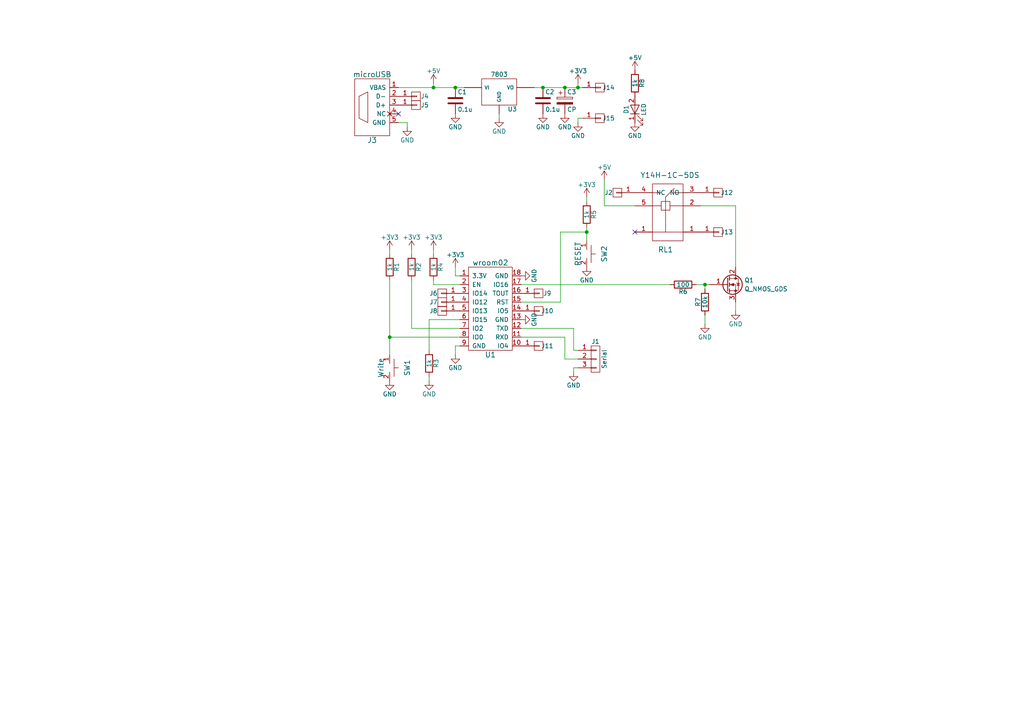
<source format=kicad_sch>
(kicad_sch (version 20230121) (generator eeschema)
  (paper "A4")
  (lib_symbols
    (symbol "relay:Y14H-1C-5DS" (pin_names (offset 1.016))
      (property "Reference" "RL" (at 11.43 0 90))
      (property "Value" "Y14H-1C-5DS" (at -10.16 1.27 90))
      (symbol "Y14H-1C-5DS_0_1"
        (polyline (pts (xy -6.35 2.54) (xy -3.81 0)))
        (polyline (pts (xy -5.08 -1.27) (xy -5.08 -3.81)))
        (polyline (pts (xy -5.08 5.08) (xy -5.08 2.54)))
        (polyline (pts (xy -3.81 0) (xy 6.35 0)))
        (polyline (pts (xy -1.27 -2.54) (xy -1.27 -3.81)))
        (polyline (pts (xy -1.27 -1.27) (xy -1.27 -2.54)))
        (polyline (pts (xy -1.27 2.54) (xy -1.27 1.27)))
        (polyline (pts (xy -1.27 2.54) (xy -1.27 5.08)))
        (polyline (pts (xy 6.35 5.08) (xy 6.35 -3.81)))
        (polyline (pts (xy -2.54 1.27) (xy -2.54 -1.27) (xy 0 -1.27) (xy 0 1.27) (xy -2.54 1.27)))
        (rectangle (start 8.89 5.08) (end -7.62 -3.81))
      )
      (symbol "Y14H-1C-5DS_1_1"
        (pin input line (at 6.35 -8.89 90) (length 5.08) (name "~") (number "1"))
        (pin input line (at 6.35 10.16 270) (length 5.08) (name "~") (number "1"))
        (pin input line (at -1.27 10.16 270) (length 5.08) (name "~") (number "2"))
        (pin input line (at -5.08 10.16 270) (length 5.08) (name "NO") (number "3"))
        (pin input line (at -5.08 -8.89 90) (length 5.08) (name "NC") (number "4"))
        (pin input line (at -1.27 -8.89 90) (length 5.08) (name "~") (number "5"))
      )
    )
    (symbol "wroom02:microUSB" (pin_names (offset 1.016))
      (property "Reference" "U" (at 1.27 -10.16 0))
      (property "Value" "microUSB" (at 1.27 8.89 0))
      (symbol "microUSB_0_1"
        (polyline (pts (xy -2.54 2.54) (xy -2.54 -3.81) (xy 0 -5.08) (xy 0 3.81) (xy -2.54 2.54)))
        (rectangle (start 6.35 7.62) (end -3.81 -8.89))
      )
      (symbol "microUSB_1_1"
        (pin power_out line (at 8.89 5.08 180) (length 2.54) (name "VBAS") (number "1"))
        (pin bidirectional line (at 8.89 2.54 180) (length 2.54) (name "D-") (number "2"))
        (pin bidirectional line (at 8.89 0 180) (length 2.54) (name "D+") (number "3"))
        (pin bidirectional non_logic (at 8.89 -2.54 180) (length 2.54) (name "NC") (number "4"))
        (pin power_out line (at 8.89 -5.08 180) (length 2.54) (name "GND") (number "5"))
      )
    )
    (symbol "wroom02:switch" (pin_names (offset 1.016))
      (property "Reference" "SW" (at 0 5.08 0))
      (property "Value" "switch" (at 0 -2.54 0))
      (symbol "switch_0_1"
        (polyline (pts (xy -2.54 1.27) (xy 2.54 1.27)))
        (polyline (pts (xy 0 1.27) (xy 0 2.54)))
      )
      (symbol "switch_1_1"
        (pin bidirectional line (at -3.81 0 0) (length 2.54) (name "~") (number "1"))
        (pin passive line (at 3.81 0 180) (length 2.54) (name "~") (number "2"))
      )
    )
    (symbol "wroom02:wroom02" (pin_names (offset 1.016))
      (property "Reference" "U" (at 0 -12.7 0))
      (property "Value" "wroom02" (at 0 13.97 0))
      (symbol "wroom02_0_1"
        (rectangle (start 6.35 12.7) (end -6.35 -11.43))
      )
      (symbol "wroom02_1_1"
        (pin power_in line (at -8.89 10.16 0) (length 2.54) (name "3.3V") (number "1"))
        (pin bidirectional line (at 8.89 -10.16 180) (length 2.54) (name "IO4") (number "10"))
        (pin bidirectional line (at 8.89 -7.62 180) (length 2.54) (name "RXD") (number "11"))
        (pin bidirectional line (at 8.89 -5.08 180) (length 2.54) (name "TXD") (number "12"))
        (pin power_in line (at 8.89 -2.54 180) (length 2.54) (name "GND") (number "13"))
        (pin bidirectional line (at 8.89 0 180) (length 2.54) (name "IO5") (number "14"))
        (pin bidirectional line (at 8.89 2.54 180) (length 2.54) (name "RST") (number "15"))
        (pin bidirectional line (at 8.89 5.08 180) (length 2.54) (name "TOUT") (number "16"))
        (pin bidirectional line (at 8.89 7.62 180) (length 2.54) (name "IO16") (number "17"))
        (pin power_in line (at 8.89 10.16 180) (length 2.54) (name "GND") (number "18"))
        (pin input line (at -8.89 7.62 0) (length 2.54) (name "EN") (number "2"))
        (pin bidirectional line (at -8.89 5.08 0) (length 2.54) (name "IO14") (number "3"))
        (pin bidirectional line (at -8.89 2.54 0) (length 2.54) (name "IO12") (number "4"))
        (pin bidirectional line (at -8.89 0 0) (length 2.54) (name "IO13") (number "5"))
        (pin bidirectional line (at -8.89 -2.54 0) (length 2.54) (name "IO15") (number "6"))
        (pin bidirectional line (at -8.89 -5.08 0) (length 2.54) (name "IO2") (number "7"))
        (pin bidirectional line (at -8.89 -7.62 0) (length 2.54) (name "IO0") (number "8"))
        (pin power_in line (at -8.89 -10.16 0) (length 2.54) (name "GND") (number "9"))
      )
    )
    (symbol "wroom02_alarm-rescue:+3.3V" (power) (pin_names (offset 0))
      (property "Value" "+3.3V" (at 0 3.556 0))
      (symbol "+3.3V_0_1"
        (polyline (pts (xy -0.762 1.27) (xy 0 2.54)))
        (polyline (pts (xy 0 0) (xy 0 2.54)))
        (polyline (pts (xy 0 2.54) (xy 0.762 1.27)))
      )
      (symbol "+3.3V_1_1"
        (pin power_in line (at 0 0 90) (length 0) hide (name "+3V3") (number "1"))
      )
    )
    (symbol "wroom02_alarm-rescue:+5V" (power) (pin_names (offset 0))
      (property "Value" "+5V" (at 0 3.556 0))
      (symbol "+5V_0_1"
        (polyline (pts (xy -0.762 1.27) (xy 0 2.54)))
        (polyline (pts (xy 0 0) (xy 0 2.54)))
        (polyline (pts (xy 0 2.54) (xy 0.762 1.27)))
      )
      (symbol "+5V_1_1"
        (pin power_in line (at 0 0 90) (length 0) hide (name "+5V") (number "1"))
      )
    )
    (symbol "wroom02_alarm-rescue:7805" (pin_numbers hide) (pin_names (offset 0.762))
      (property "Reference" "U" (at 3.81 -4.9784 0))
      (property "Value" "7805" (at 0 5.08 0))
      (symbol "7805_0_1"
        (rectangle (start -5.08 -3.81) (end 5.08 3.81))
      )
      (symbol "7805_1_1"
        (pin input line (at 0 -6.35 90) (length 2.54) (name "GND") (number "GND"))
        (pin input line (at -10.16 1.27 0) (length 5.08) (name "VI") (number "VI"))
        (pin power_out line (at 10.16 1.27 180) (length 5.08) (name "VO") (number "VO"))
      )
    )
    (symbol "wroom02_alarm-rescue:C" (pin_numbers hide) (pin_names (offset 0.254))
      (property "Reference" "C" (at 0.635 2.54 0))
      (property "Value" "C" (at 0.635 -2.54 0))
      (symbol "C_0_1"
        (polyline (pts (xy -2.032 -0.762) (xy 2.032 -0.762)) (stroke (width 0.508)))
        (polyline (pts (xy -2.032 0.762) (xy 2.032 0.762)) (stroke (width 0.508)))
      )
      (symbol "C_1_1"
        (pin passive line (at 0 3.81 270) (length 2.794) (name "~") (number "1"))
        (pin passive line (at 0 -3.81 90) (length 2.794) (name "~") (number "2"))
      )
    )
    (symbol "wroom02_alarm-rescue:CONN_01X01" (pin_names (offset 1.016) hide)
      (property "Reference" "J" (at 0 2.54 0))
      (property "Value" "CONN_01X01" (at 2.54 0 90))
      (symbol "CONN_01X01_0_1"
        (rectangle (start -1.27 0.127) (end 0.254 -0.127))
        (rectangle (start -1.27 1.27) (end 1.27 -1.27))
      )
      (symbol "CONN_01X01_1_1"
        (pin passive line (at -5.08 0 0) (length 3.81) (name "P1") (number "1"))
      )
    )
    (symbol "wroom02_alarm-rescue:CONN_01X03" (pin_names (offset 1.016) hide)
      (property "Reference" "J" (at 0 5.08 0))
      (property "Value" "CONN_01X03" (at 2.54 0 90))
      (symbol "CONN_01X03_0_1"
        (rectangle (start -1.27 -2.413) (end 0.254 -2.667))
        (rectangle (start -1.27 0.127) (end 0.254 -0.127))
        (rectangle (start -1.27 2.667) (end 0.254 2.413))
        (rectangle (start -1.27 3.81) (end 1.27 -3.81))
      )
      (symbol "CONN_01X03_1_1"
        (pin passive line (at -5.08 2.54 0) (length 3.81) (name "P1") (number "1"))
        (pin passive line (at -5.08 0 0) (length 3.81) (name "P2") (number "2"))
        (pin passive line (at -5.08 -2.54 0) (length 3.81) (name "P3") (number "3"))
      )
    )
    (symbol "wroom02_alarm-rescue:CP" (pin_numbers hide) (pin_names (offset 0.254))
      (property "Reference" "C" (at 0.635 2.54 0))
      (property "Value" "CP" (at 0.635 -2.54 0))
      (symbol "CP_0_1"
        (rectangle (start -2.286 0.508) (end -2.286 1.016))
        (rectangle (start -2.286 0.508) (end 2.286 0.508))
        (polyline (pts (xy -1.778 2.286) (xy -0.762 2.286)))
        (polyline (pts (xy -1.27 2.794) (xy -1.27 1.778)))
        (rectangle (start 2.286 -0.508) (end -2.286 -1.016) (fill (type outline)))
        (rectangle (start 2.286 1.016) (end -2.286 1.016))
        (rectangle (start 2.286 1.016) (end 2.286 0.508))
      )
      (symbol "CP_1_1"
        (pin passive line (at 0 3.81 270) (length 2.794) (name "~") (number "1"))
        (pin passive line (at 0 -3.81 90) (length 2.794) (name "~") (number "2"))
      )
    )
    (symbol "wroom02_alarm-rescue:GND" (power) (pin_names (offset 0))
      (property "Value" "GND" (at 0 -3.81 0))
      (symbol "GND_0_1"
        (polyline (pts (xy 0 0) (xy 0 -1.27) (xy 1.27 -1.27) (xy 0 -2.54) (xy -1.27 -1.27) (xy 0 -1.27)))
      )
      (symbol "GND_1_1"
        (pin power_in line (at 0 0 270) (length 0) hide (name "GND") (number "1"))
      )
    )
    (symbol "wroom02_alarm-rescue:LED" (pin_names (offset 1.016) hide)
      (property "Reference" "D" (at 0 2.54 0))
      (property "Value" "LED" (at 0 -2.54 0))
      (symbol "LED_0_1"
        (polyline (pts (xy -1.27 -1.27) (xy -1.27 1.27)) (stroke (width 0.2032)))
        (polyline (pts (xy -1.27 0) (xy 1.27 0)))
        (polyline (pts (xy 1.27 -1.27) (xy 1.27 1.27) (xy -1.27 0) (xy 1.27 -1.27)) (stroke (width 0.2032)))
        (polyline (pts (xy -3.048 -0.762) (xy -4.572 -2.286) (xy -3.81 -2.286) (xy -4.572 -2.286) (xy -4.572 -1.524)))
        (polyline (pts (xy -1.778 -0.762) (xy -3.302 -2.286) (xy -2.54 -2.286) (xy -3.302 -2.286) (xy -3.302 -1.524)))
      )
      (symbol "LED_1_1"
        (pin passive line (at -3.81 0 0) (length 2.54) (name "K") (number "1"))
        (pin passive line (at 3.81 0 180) (length 2.54) (name "A") (number "2"))
      )
    )
    (symbol "wroom02_alarm-rescue:Q_NMOS_GDS" (pin_names (offset 0) hide)
      (property "Reference" "Q" (at 5.08 1.27 0))
      (property "Value" "Q_NMOS_GDS" (at 5.08 -1.27 0))
      (symbol "Q_NMOS_GDS_0_1"
        (polyline (pts (xy 0.762 -1.778) (xy 2.54 -1.778)))
        (polyline (pts (xy 0.762 -1.27) (xy 0.762 -2.286)) (stroke (width 0.254)))
        (polyline (pts (xy 0.762 0) (xy 2.54 0)))
        (polyline (pts (xy 0.762 0.508) (xy 0.762 -0.508)) (stroke (width 0.254)))
        (polyline (pts (xy 0.762 1.778) (xy 2.54 1.778)))
        (polyline (pts (xy 0.762 2.286) (xy 0.762 1.27)) (stroke (width 0.254)))
        (polyline (pts (xy 2.54 -1.778) (xy 2.54 -2.54)))
        (polyline (pts (xy 2.54 -1.778) (xy 2.54 0)))
        (polyline (pts (xy 2.54 2.54) (xy 2.54 1.778)))
        (polyline (pts (xy 0.254 1.905) (xy 0.254 -1.905) (xy 0.254 -1.905)) (stroke (width 0.254)))
        (polyline (pts (xy 1.016 0) (xy 2.032 0.381) (xy 2.032 -0.381) (xy 1.016 0)) (fill (type outline)))
        (polyline (pts (xy 2.54 -1.778) (xy 3.302 -1.778) (xy 3.302 1.778) (xy 2.54 1.778)))
        (polyline (pts (xy 2.794 0.508) (xy 2.921 0.381) (xy 3.683 0.381) (xy 3.81 0.254)))
        (polyline (pts (xy 3.302 0.381) (xy 2.921 -0.254) (xy 3.683 -0.254) (xy 3.302 0.381)))
        (circle (center 1.651 0) (radius 2.8194) (stroke (width 0.254)))
        (circle (center 2.54 -1.778) (radius 0.2794) (fill (type outline)))
        (circle (center 2.54 1.778) (radius 0.2794) (fill (type outline)))
      )
      (symbol "Q_NMOS_GDS_1_1"
        (pin input line (at -5.08 0 0) (length 5.334) (name "G") (number "1"))
        (pin passive line (at 2.54 5.08 270) (length 2.54) (name "D") (number "2"))
        (pin passive line (at 2.54 -5.08 90) (length 2.54) (name "S") (number "3"))
      )
    )
    (symbol "wroom02_alarm-rescue:R" (pin_numbers hide) (pin_names (offset 0))
      (property "Reference" "R" (at 2.032 0 90))
      (property "Value" "R" (at 0 0 90))
      (symbol "R_0_1"
        (rectangle (start -1.016 -2.54) (end 1.016 2.54) (stroke (width 0.254)))
      )
      (symbol "R_1_1"
        (pin passive line (at 0 3.81 270) (length 1.27) (name "~") (number "1"))
        (pin passive line (at 0 -3.81 90) (length 1.27) (name "~") (number "2"))
      )
    )
  )
  (junction (at 125.73 25.4))
  (junction (at 170.18 67.31))
  (junction (at 204.47 82.55))
  (junction (at 157.48 25.4))
  (junction (at 113.03 97.79))
  (junction (at 167.64 25.4))
  (junction (at 163.83 25.4))
  (junction (at 132.08 25.4))
  (no_connect (at 184.15 67.31))
  (no_connect (at 115.57 33.02))
  (wire (pts (xy 166.37 95.25) (xy 166.37 101.6)))
  (wire (pts (xy 124.46 109.22) (xy 124.46 110.49)))
  (wire (pts (xy 204.47 82.55) (xy 204.47 83.82)))
  (wire (pts (xy 203.2 59.69) (xy 213.36 59.69)))
  (wire (pts (xy 175.26 52.07) (xy 175.26 59.69)))
  (wire (pts (xy 144.78 33.02) (xy 144.78 34.29)))
  (wire (pts (xy 133.35 97.79) (xy 113.03 97.79)))
  (wire (pts (xy 132.08 100.33) (xy 133.35 100.33)))
  (wire (pts (xy 132.08 77.47) (xy 132.08 80.01)))
  (wire (pts (xy 113.03 81.28) (xy 113.03 97.79)))
  (wire (pts (xy 151.13 87.63) (xy 162.56 87.63)))
  (wire (pts (xy 125.73 24.13) (xy 125.73 25.4)))
  (wire (pts (xy 166.37 101.6) (xy 167.64 101.6)))
  (wire (pts (xy 157.48 25.4) (xy 163.83 25.4)))
  (wire (pts (xy 170.18 57.15) (xy 170.18 58.42)))
  (wire (pts (xy 151.13 82.55) (xy 194.31 82.55)))
  (wire (pts (xy 170.18 67.31) (xy 170.18 69.85)))
  (wire (pts (xy 213.36 90.17) (xy 213.36 87.63)))
  (wire (pts (xy 125.73 73.66) (xy 125.73 72.39)))
  (wire (pts (xy 154.94 25.4) (xy 157.48 25.4)))
  (wire (pts (xy 175.26 59.69) (xy 184.15 59.69)))
  (wire (pts (xy 132.08 102.87) (xy 132.08 100.33)))
  (wire (pts (xy 118.11 35.56) (xy 118.11 36.83)))
  (wire (pts (xy 167.64 25.4) (xy 167.64 24.13)))
  (wire (pts (xy 113.03 97.79) (xy 113.03 102.87)))
  (wire (pts (xy 125.73 82.55) (xy 133.35 82.55)))
  (wire (pts (xy 163.83 97.79) (xy 163.83 104.14)))
  (wire (pts (xy 119.38 95.25) (xy 133.35 95.25)))
  (wire (pts (xy 124.46 92.71) (xy 133.35 92.71)))
  (wire (pts (xy 151.13 95.25) (xy 166.37 95.25)))
  (wire (pts (xy 163.83 25.4) (xy 167.64 25.4)))
  (wire (pts (xy 201.93 82.55) (xy 204.47 82.55)))
  (wire (pts (xy 113.03 72.39) (xy 113.03 73.66)))
  (wire (pts (xy 204.47 91.44) (xy 204.47 93.98)))
  (wire (pts (xy 213.36 59.69) (xy 213.36 77.47)))
  (wire (pts (xy 132.08 80.01) (xy 133.35 80.01)))
  (wire (pts (xy 115.57 25.4) (xy 125.73 25.4)))
  (wire (pts (xy 115.57 35.56) (xy 118.11 35.56)))
  (wire (pts (xy 132.08 25.4) (xy 134.62 25.4)))
  (wire (pts (xy 151.13 97.79) (xy 163.83 97.79)))
  (wire (pts (xy 167.64 25.4) (xy 168.91 25.4)))
  (wire (pts (xy 119.38 81.28) (xy 119.38 95.25)))
  (wire (pts (xy 125.73 81.28) (xy 125.73 82.55)))
  (wire (pts (xy 166.37 107.95) (xy 166.37 106.68)))
  (wire (pts (xy 162.56 67.31) (xy 170.18 67.31)))
  (wire (pts (xy 170.18 66.04) (xy 170.18 67.31)))
  (wire (pts (xy 167.64 34.29) (xy 168.91 34.29)))
  (wire (pts (xy 204.47 82.55) (xy 205.74 82.55)))
  (wire (pts (xy 167.64 35.56) (xy 167.64 34.29)))
  (wire (pts (xy 162.56 87.63) (xy 162.56 67.31)))
  (wire (pts (xy 125.73 25.4) (xy 132.08 25.4)))
  (wire (pts (xy 124.46 101.6) (xy 124.46 92.71)))
  (wire (pts (xy 163.83 104.14) (xy 167.64 104.14)))
  (wire (pts (xy 166.37 106.68) (xy 167.64 106.68)))
  (wire (pts (xy 119.38 73.66) (xy 119.38 72.39)))
  (symbol (lib_id "wroom02:wroom02") (at 142.24 90.17 0) (unit 1)
    (property "Reference" "U1" (at 142.24 102.87 0) (effects (font (size 1.524 1.524))))
    (property "Value" "wroom02" (at 142.24 76.2 0) (effects (font (size 1.524 1.524))))
    (property "Footprint" "lib:WROOM02" (effects hide))
  )
  (symbol (lib_id "wroom02_alarm-rescue:+3.3V") (at 132.08 77.47 0) (unit 1)
    (property "Reference" "#PWR01" (effects hide))
    (property "Value" "+3.3V" (at 132.08 73.914 0))
  )
  (symbol (lib_id "wroom02_alarm-rescue:GND") (at 132.08 102.87 0) (unit 1)
    (property "Reference" "#PWR02" (effects hide))
    (property "Value" "GND" (at 132.08 106.68 0))
  )
  (symbol (lib_id "wroom02_alarm-rescue:GND") (at 151.13 92.71 90) (unit 1)
    (property "Reference" "#PWR03" (effects hide))
    (property "Value" "GND" (at 154.94 92.71 0))
  )
  (symbol (lib_id "wroom02_alarm-rescue:GND") (at 151.13 80.01 90) (unit 1)
    (property "Reference" "#PWR04" (effects hide))
    (property "Value" "GND" (at 154.94 80.01 0))
  )
  (symbol (lib_id "wroom02_alarm-rescue:R") (at 125.73 77.47 0) (unit 1)
    (property "Reference" "R4" (at 127.762 77.47 90))
    (property "Value" "1k" (at 125.73 77.47 90))
    (property "Footprint" "Resistors_SMD:R_0603_HandSoldering" (effects hide))
  )
  (symbol (lib_id "wroom02_alarm-rescue:R") (at 170.18 62.23 0) (unit 1)
    (property "Reference" "R5" (at 172.212 62.23 90))
    (property "Value" "1k" (at 170.18 62.23 90))
    (property "Footprint" "Resistors_SMD:R_0603_HandSoldering" (effects hide))
  )
  (symbol (lib_id "wroom02_alarm-rescue:+3.3V") (at 125.73 72.39 0) (unit 1)
    (property "Reference" "#PWR05" (effects hide))
    (property "Value" "+3.3V" (at 125.73 68.834 0))
  )
  (symbol (lib_id "wroom02_alarm-rescue:+3.3V") (at 170.18 57.15 0) (unit 1)
    (property "Reference" "#PWR06" (effects hide))
    (property "Value" "+3.3V" (at 170.18 53.594 0))
  )
  (symbol (lib_id "wroom02_alarm-rescue:R") (at 124.46 105.41 0) (unit 1)
    (property "Reference" "R3" (at 126.492 105.41 90))
    (property "Value" "1k" (at 124.46 105.41 90))
    (property "Footprint" "Resistors_SMD:R_0603_HandSoldering" (effects hide))
  )
  (symbol (lib_id "wroom02_alarm-rescue:R") (at 119.38 77.47 0) (unit 1)
    (property "Reference" "R2" (at 121.412 77.47 90))
    (property "Value" "1k" (at 119.38 77.47 90))
    (property "Footprint" "Resistors_SMD:R_0603_HandSoldering" (effects hide))
  )
  (symbol (lib_id "wroom02_alarm-rescue:R") (at 113.03 77.47 0) (unit 1)
    (property "Reference" "R1" (at 115.062 77.47 90))
    (property "Value" "1k" (at 113.03 77.47 90))
    (property "Footprint" "Resistors_SMD:R_0603_HandSoldering" (effects hide))
  )
  (symbol (lib_id "wroom02_alarm-rescue:GND") (at 124.46 110.49 0) (unit 1)
    (property "Reference" "#PWR07" (effects hide))
    (property "Value" "GND" (at 124.46 114.3 0))
  )
  (symbol (lib_id "wroom02_alarm-rescue:+3.3V") (at 119.38 72.39 0) (unit 1)
    (property "Reference" "#PWR08" (effects hide))
    (property "Value" "+3.3V" (at 119.38 68.834 0))
  )
  (symbol (lib_id "wroom02_alarm-rescue:+3.3V") (at 113.03 72.39 0) (unit 1)
    (property "Reference" "#PWR09" (effects hide))
    (property "Value" "+3.3V" (at 113.03 68.834 0))
  )
  (symbol (lib_id "wroom02_alarm-rescue:CONN_01X03") (at 172.72 104.14 0) (unit 1)
    (property "Reference" "J1" (at 172.72 99.06 0))
    (property "Value" "Serial" (at 175.26 104.14 90))
    (property "Footprint" "Pin_Headers:Pin_Header_Straight_1x03_Pitch2.54mm" (effects hide))
  )
  (symbol (lib_id "wroom02_alarm-rescue:GND") (at 166.37 107.95 0) (unit 1)
    (property "Reference" "#PWR010" (effects hide))
    (property "Value" "GND" (at 166.37 111.76 0))
  )
  (symbol (lib_id "wroom02_alarm-rescue:GND") (at 113.03 110.49 0) (unit 1)
    (property "Reference" "#PWR011" (effects hide))
    (property "Value" "GND" (at 113.03 114.3 0))
  )
  (symbol (lib_id "wroom02_alarm-rescue:GND") (at 170.18 77.47 0) (unit 1)
    (property "Reference" "#PWR012" (effects hide))
    (property "Value" "GND" (at 170.18 81.28 0))
  )
  (symbol (lib_id "wroom02_alarm-rescue:R") (at 198.12 82.55 270) (unit 1)
    (property "Reference" "R6" (at 198.12 84.582 90))
    (property "Value" "100" (at 198.12 82.55 90))
    (property "Footprint" "Resistors_SMD:R_0603_HandSoldering" (effects hide))
  )
  (symbol (lib_id "wroom02_alarm-rescue:R") (at 204.47 87.63 180) (unit 1)
    (property "Reference" "R7" (at 202.438 87.63 90))
    (property "Value" "10k" (at 204.47 87.63 90))
    (property "Footprint" "Resistors_SMD:R_0603_HandSoldering" (effects hide))
  )
  (symbol (lib_id "wroom02:switch") (at 170.18 73.66 270) (unit 1)
    (property "Reference" "SW2" (at 175.26 73.66 0) (effects (font (size 1.524 1.524))))
    (property "Value" "RESET" (at 167.64 73.66 0) (effects (font (size 1.524 1.524))))
    (property "Footprint" "lib:switch" (effects hide))
  )
  (symbol (lib_id "wroom02:switch") (at 113.03 106.68 270) (unit 1)
    (property "Reference" "SW1" (at 118.11 106.68 0) (effects (font (size 1.524 1.524))))
    (property "Value" "Write" (at 110.49 106.68 0) (effects (font (size 1.524 1.524))))
    (property "Footprint" "lib:switch" (effects hide))
  )
  (symbol (lib_id "wroom02_alarm-rescue:GND") (at 204.47 93.98 0) (unit 1)
    (property "Reference" "#PWR013" (effects hide))
    (property "Value" "GND" (at 204.47 97.79 0))
  )
  (symbol (lib_id "wroom02_alarm-rescue:Q_NMOS_GDS") (at 210.82 82.55 0) (unit 1)
    (property "Reference" "Q1" (at 215.9 81.28 0) (effects (justify left)))
    (property "Value" "Q_NMOS_GDS" (at 215.9 83.82 0) (effects (justify left)))
    (property "Footprint" "TO_SOT_Packages_THT:TO-220_Vertical" (effects hide))
  )
  (symbol (lib_id "wroom02_alarm-rescue:GND") (at 213.36 90.17 0) (unit 1)
    (property "Reference" "#PWR014" (effects hide))
    (property "Value" "GND" (at 213.36 93.98 0))
  )
  (symbol (lib_id "relay:Y14H-1C-5DS") (at 193.04 60.96 270) (unit 1)
    (property "Reference" "RL1" (at 193.04 72.39 90) (effects (font (size 1.524 1.524))))
    (property "Value" "Y14H-1C-5DS" (at 194.31 50.8 90) (effects (font (size 1.524 1.524))))
    (property "Footprint" "lib:Y14H-1C-5DS" (effects hide))
  )
  (symbol (lib_id "wroom02_alarm-rescue:+5V") (at 175.26 52.07 0) (unit 1)
    (property "Reference" "#PWR015" (effects hide))
    (property "Value" "+5V" (at 175.26 48.514 0))
  )
  (symbol (lib_id "wroom02_alarm-rescue:7805") (at 144.78 26.67 0) (unit 1)
    (property "Reference" "U3" (at 148.59 31.6484 0))
    (property "Value" "7803" (at 144.78 21.59 0))
    (property "Footprint" "TO_SOT_Packages_SMD:TO-252-3_TabPin2" (effects hide))
  )
  (symbol (lib_id "wroom02_alarm-rescue:+5V") (at 125.73 24.13 0) (unit 1)
    (property "Reference" "#PWR016" (effects hide))
    (property "Value" "+5V" (at 125.73 20.574 0))
  )
  (symbol (lib_id "wroom02_alarm-rescue:+3.3V") (at 167.64 24.13 0) (unit 1)
    (property "Reference" "#PWR017" (effects hide))
    (property "Value" "+3.3V" (at 167.64 20.574 0))
  )
  (symbol (lib_id "wroom02_alarm-rescue:GND") (at 144.78 34.29 0) (unit 1)
    (property "Reference" "#PWR018" (effects hide))
    (property "Value" "GND" (at 144.78 38.1 0))
  )
  (symbol (lib_id "wroom02_alarm-rescue:C") (at 132.08 29.21 0) (unit 1)
    (property "Reference" "C1" (at 132.715 26.67 0) (effects (justify left)))
    (property "Value" "0.1u" (at 132.715 31.75 0) (effects (justify left)))
    (property "Footprint" "Capacitors_SMD:C_0603_HandSoldering" (effects hide))
  )
  (symbol (lib_id "wroom02_alarm-rescue:C") (at 157.48 29.21 0) (unit 1)
    (property "Reference" "C2" (at 158.115 26.67 0) (effects (justify left)))
    (property "Value" "0.1u" (at 158.115 31.75 0) (effects (justify left)))
    (property "Footprint" "Capacitors_SMD:C_0603_HandSoldering" (effects hide))
  )
  (symbol (lib_id "wroom02_alarm-rescue:CP") (at 163.83 29.21 0) (unit 1)
    (property "Reference" "C3" (at 164.465 26.67 0) (effects (justify left)))
    (property "Value" "CP" (at 164.465 31.75 0) (effects (justify left)))
    (property "Footprint" "Capacitors_THT:CP_Radial_D8.0mm_P2.50mm" (effects hide))
  )
  (symbol (lib_id "wroom02_alarm-rescue:GND") (at 132.08 33.02 0) (unit 1)
    (property "Reference" "#PWR019" (effects hide))
    (property "Value" "GND" (at 132.08 36.83 0))
  )
  (symbol (lib_id "wroom02_alarm-rescue:GND") (at 157.48 33.02 0) (unit 1)
    (property "Reference" "#PWR020" (effects hide))
    (property "Value" "GND" (at 157.48 36.83 0))
  )
  (symbol (lib_id "wroom02_alarm-rescue:GND") (at 163.83 33.02 0) (unit 1)
    (property "Reference" "#PWR021" (effects hide))
    (property "Value" "GND" (at 163.83 36.83 0))
  )
  (symbol (lib_id "wroom02_alarm-rescue:LED") (at 184.15 31.75 90) (unit 1)
    (property "Reference" "D1" (at 181.61 31.75 0))
    (property "Value" "LED" (at 186.69 31.75 0))
    (property "Footprint" "LEDs:LED_0603_HandSoldering" (effects hide))
  )
  (symbol (lib_id "wroom02_alarm-rescue:R") (at 184.15 24.13 0) (unit 1)
    (property "Reference" "R8" (at 186.182 24.13 90))
    (property "Value" "1k" (at 184.15 24.13 90))
    (property "Footprint" "Resistors_SMD:R_0603_HandSoldering" (effects hide))
  )
  (symbol (lib_id "wroom02_alarm-rescue:+5V") (at 184.15 20.32 0) (unit 1)
    (property "Reference" "#PWR022" (effects hide))
    (property "Value" "+5V" (at 184.15 16.764 0))
  )
  (symbol (lib_id "wroom02_alarm-rescue:GND") (at 184.15 35.56 0) (unit 1)
    (property "Reference" "#PWR023" (effects hide))
    (property "Value" "GND" (at 184.15 39.37 0))
  )
  (symbol (lib_id "wroom02:microUSB") (at 106.68 30.48 0) (unit 1)
    (property "Reference" "J3" (at 107.95 40.64 0) (effects (font (size 1.524 1.524))))
    (property "Value" "microUSB" (at 107.95 21.59 0) (effects (font (size 1.524 1.524))))
    (property "Footprint" "lib:microUSB" (effects hide))
  )
  (symbol (lib_id "wroom02_alarm-rescue:GND") (at 118.11 36.83 0) (unit 1)
    (property "Reference" "#PWR024" (effects hide))
    (property "Value" "GND" (at 118.11 40.64 0))
  )
  (symbol (lib_id "wroom02_alarm-rescue:CONN_01X01") (at 120.65 27.94 0) (unit 1)
    (property "Reference" "J4" (at 123.19 27.94 0))
    (property "Value" "pin" (effects hide))
    (property "Footprint" "pad:universal" (effects hide))
  )
  (symbol (lib_id "wroom02_alarm-rescue:CONN_01X01") (at 128.27 90.17 180) (unit 1)
    (property "Reference" "J8" (at 125.73 90.17 0))
    (property "Value" "pin" (effects hide))
    (property "Footprint" "pad:universal" (effects hide))
  )
  (symbol (lib_id "wroom02_alarm-rescue:CONN_01X01") (at 156.21 85.09 0) (unit 1)
    (property "Reference" "J9" (at 158.75 85.09 0))
    (property "Value" "pin" (effects hide))
    (property "Footprint" "pad:universal" (effects hide))
  )
  (symbol (lib_id "wroom02_alarm-rescue:CONN_01X01") (at 156.21 90.17 0) (unit 1)
    (property "Reference" "J10" (at 158.75 90.17 0))
    (property "Value" "pin" (effects hide))
    (property "Footprint" "pad:universal" (effects hide))
  )
  (symbol (lib_id "wroom02_alarm-rescue:CONN_01X01") (at 120.65 30.48 0) (unit 1)
    (property "Reference" "J5" (at 123.19 30.48 0))
    (property "Value" "pin" (effects hide))
    (property "Footprint" "pad:universal" (effects hide))
  )
  (symbol (lib_id "wroom02_alarm-rescue:CONN_01X01") (at 128.27 85.09 180) (unit 1)
    (property "Reference" "J6" (at 125.73 85.09 0))
    (property "Value" "pin" (effects hide))
    (property "Footprint" "pad:universal" (effects hide))
  )
  (symbol (lib_id "wroom02_alarm-rescue:CONN_01X01") (at 128.27 87.63 180) (unit 1)
    (property "Reference" "J7" (at 125.73 87.63 0))
    (property "Value" "pin" (effects hide))
    (property "Footprint" "pad:universal" (effects hide))
  )
  (symbol (lib_id "wroom02_alarm-rescue:CONN_01X01") (at 156.21 100.33 0) (unit 1)
    (property "Reference" "J11" (at 158.75 100.33 0))
    (property "Value" "pin" (effects hide))
    (property "Footprint" "pad:universal" (effects hide))
  )
  (symbol (lib_id "wroom02_alarm-rescue:CONN_01X01") (at 208.28 55.88 0) (unit 1)
    (property "Reference" "J12" (at 210.82 55.88 0))
    (property "Value" "pin" (effects hide))
    (property "Footprint" "pad:universal" (effects hide))
  )
  (symbol (lib_id "wroom02_alarm-rescue:CONN_01X01") (at 208.28 67.31 0) (unit 1)
    (property "Reference" "J13" (at 210.82 67.31 0))
    (property "Value" "pin" (effects hide))
    (property "Footprint" "pad:universal" (effects hide))
  )
  (symbol (lib_id "wroom02_alarm-rescue:CONN_01X01") (at 179.07 55.88 180) (unit 1)
    (property "Reference" "J2" (at 176.53 55.88 0))
    (property "Value" "pin" (effects hide))
    (property "Footprint" "pad:universal" (effects hide))
  )
  (symbol (lib_id "wroom02_alarm-rescue:CONN_01X01") (at 173.99 25.4 0) (unit 1)
    (property "Reference" "J14" (at 176.53 25.4 0))
    (property "Value" "pin" (effects hide))
    (property "Footprint" "pad:universal" (effects hide))
  )
  (symbol (lib_id "wroom02_alarm-rescue:CONN_01X01") (at 173.99 34.29 0) (unit 1)
    (property "Reference" "J15" (at 176.53 34.29 0))
    (property "Value" "pin" (effects hide))
    (property "Footprint" "pad:universal" (effects hide))
  )
  (symbol (lib_id "wroom02_alarm-rescue:GND") (at 167.64 35.56 0) (unit 1)
    (property "Reference" "#PWR025" (effects hide))
    (property "Value" "GND" (at 167.64 39.37 0))
  )
)
</source>
